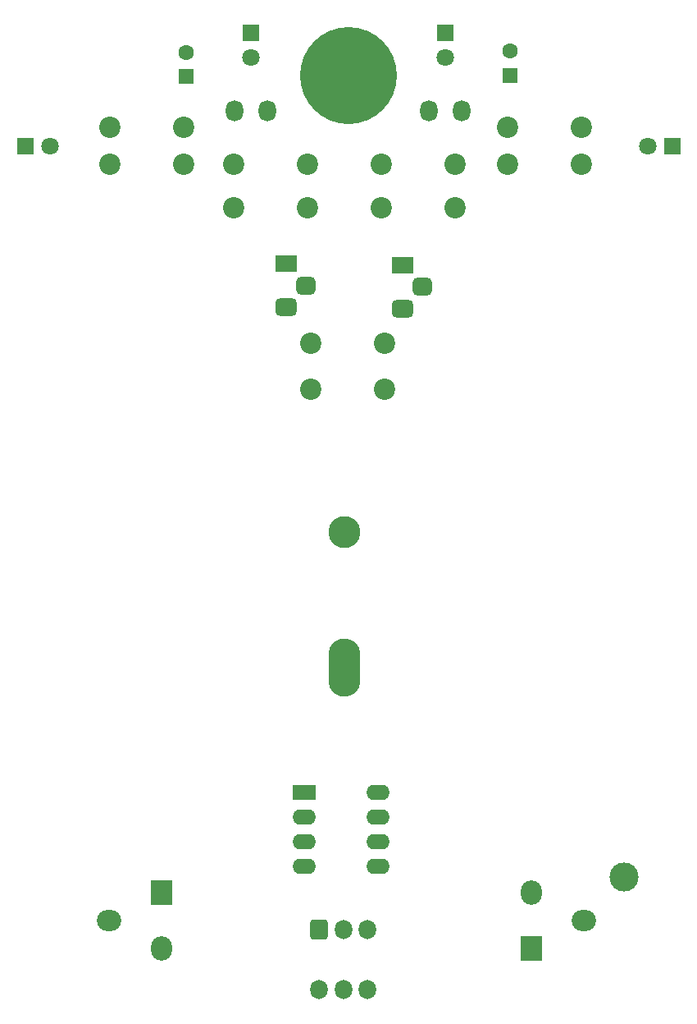
<source format=gbr>
%TF.GenerationSoftware,KiCad,Pcbnew,8.0.2*%
%TF.CreationDate,2024-05-30T02:19:43-04:00*%
%TF.ProjectId,Line-following-learn-to-solder-kit,4c696e65-2d66-46f6-9c6c-6f77696e672d,0*%
%TF.SameCoordinates,Original*%
%TF.FileFunction,Soldermask,Top*%
%TF.FilePolarity,Negative*%
%FSLAX46Y46*%
G04 Gerber Fmt 4.6, Leading zero omitted, Abs format (unit mm)*
G04 Created by KiCad (PCBNEW 8.0.2) date 2024-05-30 02:19:43*
%MOMM*%
%LPD*%
G01*
G04 APERTURE LIST*
G04 Aperture macros list*
%AMRoundRect*
0 Rectangle with rounded corners*
0 $1 Rounding radius*
0 $2 $3 $4 $5 $6 $7 $8 $9 X,Y pos of 4 corners*
0 Add a 4 corners polygon primitive as box body*
4,1,4,$2,$3,$4,$5,$6,$7,$8,$9,$2,$3,0*
0 Add four circle primitives for the rounded corners*
1,1,$1+$1,$2,$3*
1,1,$1+$1,$4,$5*
1,1,$1+$1,$6,$7*
1,1,$1+$1,$8,$9*
0 Add four rect primitives between the rounded corners*
20,1,$1+$1,$2,$3,$4,$5,0*
20,1,$1+$1,$4,$5,$6,$7,0*
20,1,$1+$1,$6,$7,$8,$9,0*
20,1,$1+$1,$8,$9,$2,$3,0*%
G04 Aperture macros list end*
%ADD10C,10.000000*%
%ADD11C,5.400000*%
%ADD12C,3.000000*%
%ADD13O,3.300000X6.000000*%
%ADD14C,3.300000*%
%ADD15O,1.800000X2.200000*%
%ADD16R,2.400000X1.600000*%
%ADD17O,2.400000X1.600000*%
%ADD18C,2.200000*%
%ADD19R,2.200000X1.800000*%
%ADD20RoundRect,0.450000X-0.550000X0.450000X-0.550000X-0.450000X0.550000X-0.450000X0.550000X0.450000X0*%
%ADD21RoundRect,0.450000X-0.650000X0.450000X-0.650000X-0.450000X0.650000X-0.450000X0.650000X0.450000X0*%
%ADD22R,1.800000X1.800000*%
%ADD23C,1.800000*%
%ADD24RoundRect,0.225000X-0.675000X-0.775000X0.675000X-0.775000X0.675000X0.775000X-0.675000X0.775000X0*%
%ADD25O,1.800000X2.000000*%
%ADD26R,2.200000X2.500000*%
%ADD27O,2.500000X2.200000*%
%ADD28O,2.200000X2.500000*%
%ADD29R,1.600000X1.600000*%
%ADD30C,1.600000*%
G04 APERTURE END LIST*
D10*
%TO.C,H1*%
X90820000Y-64140000D03*
D11*
X90820000Y-64140000D03*
%TD*%
D12*
%TO.C,H2*%
X119330000Y-146730000D03*
%TD*%
D13*
%TO.C,BT1*%
X90427287Y-125182710D03*
D14*
X90427287Y-111182710D03*
%TD*%
D15*
%TO.C,R14*%
X79112287Y-67735210D03*
X82512287Y-67735210D03*
%TD*%
%TO.C,R13*%
X102562287Y-67735210D03*
X99162287Y-67735210D03*
%TD*%
D16*
%TO.C,U1*%
X86312287Y-137985210D03*
D17*
X86312287Y-140525210D03*
X86312287Y-143065210D03*
X86312287Y-145605210D03*
X93932287Y-145605210D03*
X93932287Y-143065210D03*
X93932287Y-140525210D03*
X93932287Y-137985210D03*
%TD*%
D18*
%TO.C,R12*%
X73812287Y-73235210D03*
X66192287Y-73235210D03*
%TD*%
D19*
%TO.C,Q1*%
X96420000Y-83640000D03*
D20*
X98490000Y-85910000D03*
D21*
X96420000Y-88140000D03*
%TD*%
D22*
%TO.C,D2*%
X57487287Y-71385210D03*
D23*
X60027287Y-71385210D03*
%TD*%
D24*
%TO.C,SW1*%
X87812287Y-152185210D03*
D25*
X90312287Y-152185210D03*
X92812287Y-152185210D03*
X92812287Y-158385210D03*
X90312287Y-158385210D03*
X87812287Y-158385210D03*
%TD*%
D18*
%TO.C,R10*%
X94562287Y-96485210D03*
X86942287Y-96485210D03*
%TD*%
%TO.C,R11*%
X107252287Y-73235210D03*
X114872287Y-73235210D03*
%TD*%
%TO.C,R3*%
X94252287Y-77735210D03*
X101872287Y-77735210D03*
%TD*%
D26*
%TO.C,R1*%
X109774787Y-154135210D03*
D27*
X115174787Y-151235210D03*
D28*
X109774787Y-148335210D03*
%TD*%
D21*
%TO.C,Q2*%
X84400000Y-87985210D03*
D20*
X86470000Y-85755210D03*
D19*
X84400000Y-83485210D03*
%TD*%
D18*
%TO.C,R9*%
X94562287Y-91735210D03*
X86942287Y-91735210D03*
%TD*%
%TO.C,R4*%
X79002287Y-77735210D03*
X86622287Y-77735210D03*
%TD*%
D26*
%TO.C,R2*%
X71562287Y-148335210D03*
D27*
X66162287Y-151235210D03*
D28*
X71562287Y-154135210D03*
%TD*%
D29*
%TO.C,C2*%
X74080000Y-64230000D03*
D30*
X74080000Y-61730000D03*
%TD*%
D18*
%TO.C,R8*%
X86622287Y-73235210D03*
X79002287Y-73235210D03*
%TD*%
%TO.C,R5*%
X107252287Y-69485210D03*
X114872287Y-69485210D03*
%TD*%
D29*
%TO.C,C1*%
X107550000Y-64110000D03*
D30*
X107550000Y-61610000D03*
%TD*%
D22*
%TO.C,D1*%
X124262287Y-71385210D03*
D23*
X121722287Y-71385210D03*
%TD*%
D18*
%TO.C,R6*%
X66192287Y-69485210D03*
X73812287Y-69485210D03*
%TD*%
%TO.C,R7*%
X94252287Y-73235210D03*
X101872287Y-73235210D03*
%TD*%
D23*
%TO.C,D4*%
X100862287Y-62235210D03*
D22*
X100862287Y-59695210D03*
%TD*%
D23*
%TO.C,D5*%
X80812287Y-62235210D03*
D22*
X80812287Y-59695210D03*
%TD*%
M02*

</source>
